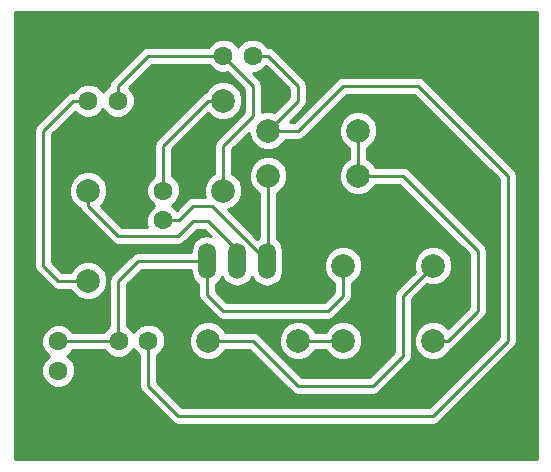
<source format=gbr>
G04 #@! TF.FileFunction,Copper,L2,Bot,Signal*
%FSLAX46Y46*%
G04 Gerber Fmt 4.6, Leading zero omitted, Abs format (unit mm)*
G04 Created by KiCad (PCBNEW 4.0.5) date 11/09/18 17:54:53*
%MOMM*%
%LPD*%
G01*
G04 APERTURE LIST*
%ADD10C,0.100000*%
%ADD11C,1.600000*%
%ADD12O,1.506220X3.014980*%
%ADD13C,1.998980*%
%ADD14C,0.250000*%
%ADD15C,0.254000*%
G04 APERTURE END LIST*
D10*
D11*
X142240000Y-99060000D03*
X142240000Y-101560000D03*
X140970000Y-111760000D03*
X138470000Y-111760000D03*
X147320000Y-87630000D03*
X149820000Y-87630000D03*
X135890000Y-91440000D03*
X138390000Y-91440000D03*
X133350000Y-114300000D03*
X133350000Y-111800000D03*
D12*
X145961100Y-105003600D03*
X148501100Y-105003600D03*
X151041100Y-105003600D03*
D13*
X146050000Y-111760000D03*
X153670000Y-111760000D03*
X157480000Y-111760000D03*
X165100000Y-111760000D03*
X165100000Y-105410000D03*
X157480000Y-105410000D03*
X151130000Y-97790000D03*
X158750000Y-97790000D03*
X151130000Y-93980000D03*
X158750000Y-93980000D03*
X147320000Y-99060000D03*
X147320000Y-91440000D03*
X135890000Y-106680000D03*
X135890000Y-99060000D03*
D14*
X165100000Y-111760000D02*
X166370000Y-111760000D01*
X162560000Y-97790000D02*
X158750000Y-97790000D01*
X168910000Y-104140000D02*
X162560000Y-97790000D01*
X168910000Y-109220000D02*
X168910000Y-104140000D01*
X166370000Y-111760000D02*
X168910000Y-109220000D01*
X158750000Y-93980000D02*
X158750000Y-97790000D01*
X142240000Y-99060000D02*
X142240000Y-95250000D01*
X146050000Y-91440000D02*
X147320000Y-91440000D01*
X142240000Y-95250000D02*
X146050000Y-91440000D01*
X151130000Y-97790000D02*
X151130000Y-104914700D01*
X151130000Y-104914700D02*
X151041100Y-105003600D01*
X142240000Y-101560000D02*
X143550000Y-101560000D01*
X146367500Y-100330000D02*
X151041100Y-105003600D01*
X144780000Y-100330000D02*
X146367500Y-100330000D01*
X143550000Y-101560000D02*
X144780000Y-100330000D01*
X140970000Y-111760000D02*
X140970000Y-115570000D01*
X153670000Y-93980000D02*
X151130000Y-93980000D01*
X157480000Y-90170000D02*
X153670000Y-93980000D01*
X163830000Y-90170000D02*
X157480000Y-90170000D01*
X171450000Y-97790000D02*
X163830000Y-90170000D01*
X171450000Y-111760000D02*
X171450000Y-97790000D01*
X165100000Y-118110000D02*
X171450000Y-111760000D01*
X143510000Y-118110000D02*
X165100000Y-118110000D01*
X140970000Y-115570000D02*
X143510000Y-118110000D01*
X149820000Y-87630000D02*
X151130000Y-87630000D01*
X153670000Y-91440000D02*
X151130000Y-93980000D01*
X153670000Y-90170000D02*
X153670000Y-91440000D01*
X151130000Y-87630000D02*
X153670000Y-90170000D01*
X145961100Y-105003600D02*
X145961100Y-107861100D01*
X157480000Y-107950000D02*
X157480000Y-105410000D01*
X156210000Y-109220000D02*
X157480000Y-107950000D01*
X147320000Y-109220000D02*
X156210000Y-109220000D01*
X145961100Y-107861100D02*
X147320000Y-109220000D01*
X138470000Y-111760000D02*
X133390000Y-111760000D01*
X133390000Y-111760000D02*
X133350000Y-111800000D01*
X145961100Y-105003600D02*
X140106400Y-105003600D01*
X138430000Y-106680000D02*
X138430000Y-111720000D01*
X140106400Y-105003600D02*
X138430000Y-106680000D01*
X138430000Y-111720000D02*
X138470000Y-111760000D01*
X138390000Y-91440000D02*
X138390000Y-90210000D01*
X140970000Y-87630000D02*
X147320000Y-87630000D01*
X138390000Y-90210000D02*
X140970000Y-87630000D01*
X147320000Y-99060000D02*
X147320000Y-95250000D01*
X149860000Y-90170000D02*
X147320000Y-87630000D01*
X149860000Y-92710000D02*
X149860000Y-90170000D01*
X147320000Y-95250000D02*
X149860000Y-92710000D01*
X135890000Y-106680000D02*
X133350000Y-106680000D01*
X134620000Y-91440000D02*
X135890000Y-91440000D01*
X132080000Y-93980000D02*
X134620000Y-91440000D01*
X132080000Y-105410000D02*
X132080000Y-93980000D01*
X133350000Y-106680000D02*
X132080000Y-105410000D01*
X148501100Y-105003600D02*
X148501100Y-104051100D01*
X148501100Y-104051100D02*
X146050000Y-101600000D01*
X146050000Y-101600000D02*
X144780000Y-101600000D01*
X144780000Y-101600000D02*
X143510000Y-102870000D01*
X143510000Y-102870000D02*
X142240000Y-102870000D01*
X142240000Y-102870000D02*
X138430000Y-102870000D01*
X138430000Y-102870000D02*
X135890000Y-100330000D01*
X135890000Y-100330000D02*
X135890000Y-99060000D01*
X146050000Y-111760000D02*
X149860000Y-111760000D01*
X162560000Y-107950000D02*
X165100000Y-105410000D01*
X162560000Y-113030000D02*
X162560000Y-107950000D01*
X160020000Y-115570000D02*
X162560000Y-113030000D01*
X153670000Y-115570000D02*
X160020000Y-115570000D01*
X149860000Y-111760000D02*
X153670000Y-115570000D01*
X153670000Y-111760000D02*
X157480000Y-111760000D01*
D15*
G36*
X173863000Y-121793000D02*
X129667000Y-121793000D01*
X129667000Y-93980000D01*
X131320000Y-93980000D01*
X131320000Y-105410000D01*
X131377852Y-105700839D01*
X131542599Y-105947401D01*
X132812599Y-107217401D01*
X133059160Y-107382148D01*
X133350000Y-107440000D01*
X134435504Y-107440000D01*
X134503538Y-107604655D01*
X134962927Y-108064846D01*
X135563453Y-108314206D01*
X136213694Y-108314774D01*
X136814655Y-108066462D01*
X137274846Y-107607073D01*
X137524206Y-107006547D01*
X137524774Y-106356306D01*
X137276462Y-105755345D01*
X136817073Y-105295154D01*
X136216547Y-105045794D01*
X135566306Y-105045226D01*
X134965345Y-105293538D01*
X134505154Y-105752927D01*
X134435779Y-105920000D01*
X133664802Y-105920000D01*
X132840000Y-105095198D01*
X132840000Y-94294802D01*
X134777788Y-92357014D01*
X135076077Y-92655824D01*
X135603309Y-92874750D01*
X136174187Y-92875248D01*
X136701800Y-92657243D01*
X137105824Y-92253923D01*
X137139813Y-92172069D01*
X137172757Y-92251800D01*
X137576077Y-92655824D01*
X138103309Y-92874750D01*
X138674187Y-92875248D01*
X139201800Y-92657243D01*
X139605824Y-92253923D01*
X139824750Y-91726691D01*
X139825248Y-91155813D01*
X139607243Y-90628200D01*
X139327167Y-90347635D01*
X141284802Y-88390000D01*
X146081354Y-88390000D01*
X146102757Y-88441800D01*
X146506077Y-88845824D01*
X147033309Y-89064750D01*
X147604187Y-89065248D01*
X147658149Y-89042951D01*
X149100000Y-90484802D01*
X149100000Y-92395198D01*
X146782599Y-94712599D01*
X146617852Y-94959161D01*
X146560000Y-95250000D01*
X146560000Y-97605504D01*
X146395345Y-97673538D01*
X145935154Y-98132927D01*
X145685794Y-98733453D01*
X145685226Y-99383694D01*
X145762206Y-99570000D01*
X144780000Y-99570000D01*
X144489161Y-99627852D01*
X144242599Y-99792599D01*
X143372195Y-100663003D01*
X143053923Y-100344176D01*
X142972069Y-100310187D01*
X143051800Y-100277243D01*
X143455824Y-99873923D01*
X143674750Y-99346691D01*
X143675248Y-98775813D01*
X143457243Y-98248200D01*
X143053923Y-97844176D01*
X143000000Y-97821785D01*
X143000000Y-95564802D01*
X146066726Y-92498076D01*
X146392927Y-92824846D01*
X146993453Y-93074206D01*
X147643694Y-93074774D01*
X148244655Y-92826462D01*
X148704846Y-92367073D01*
X148954206Y-91766547D01*
X148954774Y-91116306D01*
X148706462Y-90515345D01*
X148247073Y-90055154D01*
X147646547Y-89805794D01*
X146996306Y-89805226D01*
X146395345Y-90053538D01*
X145935154Y-90512927D01*
X145849193Y-90719943D01*
X145759161Y-90737852D01*
X145512599Y-90902599D01*
X141702599Y-94712599D01*
X141537852Y-94959161D01*
X141480000Y-95250000D01*
X141480000Y-97821354D01*
X141428200Y-97842757D01*
X141024176Y-98246077D01*
X140805250Y-98773309D01*
X140804752Y-99344187D01*
X141022757Y-99871800D01*
X141426077Y-100275824D01*
X141507931Y-100309813D01*
X141428200Y-100342757D01*
X141024176Y-100746077D01*
X140805250Y-101273309D01*
X140804752Y-101844187D01*
X140914584Y-102110000D01*
X138744802Y-102110000D01*
X136948076Y-100313274D01*
X137274846Y-99987073D01*
X137524206Y-99386547D01*
X137524774Y-98736306D01*
X137276462Y-98135345D01*
X136817073Y-97675154D01*
X136216547Y-97425794D01*
X135566306Y-97425226D01*
X134965345Y-97673538D01*
X134505154Y-98132927D01*
X134255794Y-98733453D01*
X134255226Y-99383694D01*
X134503538Y-99984655D01*
X134962927Y-100444846D01*
X135169943Y-100530807D01*
X135187852Y-100620839D01*
X135352599Y-100867401D01*
X137892599Y-103407401D01*
X138139160Y-103572148D01*
X138187414Y-103581746D01*
X138430000Y-103630000D01*
X143510000Y-103630000D01*
X143800839Y-103572148D01*
X144047401Y-103407401D01*
X145094802Y-102360000D01*
X145735198Y-102360000D01*
X146252247Y-102877049D01*
X145961100Y-102819136D01*
X145429893Y-102924800D01*
X144979558Y-103225704D01*
X144678654Y-103676039D01*
X144572990Y-104207246D01*
X144572990Y-104243600D01*
X140106400Y-104243600D01*
X139815561Y-104301452D01*
X139568999Y-104466199D01*
X137892599Y-106142599D01*
X137727852Y-106389161D01*
X137670000Y-106680000D01*
X137670000Y-110537881D01*
X137658200Y-110542757D01*
X137254176Y-110946077D01*
X137231785Y-111000000D01*
X134572119Y-111000000D01*
X134567243Y-110988200D01*
X134163923Y-110584176D01*
X133636691Y-110365250D01*
X133065813Y-110364752D01*
X132538200Y-110582757D01*
X132134176Y-110986077D01*
X131915250Y-111513309D01*
X131914752Y-112084187D01*
X132132757Y-112611800D01*
X132536077Y-113015824D01*
X132617931Y-113049813D01*
X132538200Y-113082757D01*
X132134176Y-113486077D01*
X131915250Y-114013309D01*
X131914752Y-114584187D01*
X132132757Y-115111800D01*
X132536077Y-115515824D01*
X133063309Y-115734750D01*
X133634187Y-115735248D01*
X134161800Y-115517243D01*
X134565824Y-115113923D01*
X134784750Y-114586691D01*
X134785248Y-114015813D01*
X134567243Y-113488200D01*
X134163923Y-113084176D01*
X134082069Y-113050187D01*
X134161800Y-113017243D01*
X134565824Y-112613923D01*
X134604824Y-112520000D01*
X137231354Y-112520000D01*
X137252757Y-112571800D01*
X137656077Y-112975824D01*
X138183309Y-113194750D01*
X138754187Y-113195248D01*
X139281800Y-112977243D01*
X139685824Y-112573923D01*
X139719813Y-112492069D01*
X139752757Y-112571800D01*
X140156077Y-112975824D01*
X140210000Y-112998215D01*
X140210000Y-115570000D01*
X140267852Y-115860839D01*
X140432599Y-116107401D01*
X142972599Y-118647401D01*
X143219160Y-118812148D01*
X143267414Y-118821746D01*
X143510000Y-118870000D01*
X165100000Y-118870000D01*
X165390839Y-118812148D01*
X165637401Y-118647401D01*
X171987401Y-112297401D01*
X172152148Y-112050839D01*
X172210000Y-111760000D01*
X172210000Y-97790000D01*
X172152148Y-97499161D01*
X172152148Y-97499160D01*
X171987401Y-97252599D01*
X164367401Y-89632599D01*
X164120839Y-89467852D01*
X163830000Y-89410000D01*
X157480000Y-89410000D01*
X157189161Y-89467852D01*
X156942599Y-89632599D01*
X153355198Y-93220000D01*
X152964802Y-93220000D01*
X154207401Y-91977401D01*
X154372148Y-91730840D01*
X154381746Y-91682586D01*
X154430000Y-91440000D01*
X154430000Y-90170000D01*
X154372148Y-89879161D01*
X154372148Y-89879160D01*
X154207401Y-89632599D01*
X151667401Y-87092599D01*
X151420839Y-86927852D01*
X151130000Y-86870000D01*
X151058646Y-86870000D01*
X151037243Y-86818200D01*
X150633923Y-86414176D01*
X150106691Y-86195250D01*
X149535813Y-86194752D01*
X149008200Y-86412757D01*
X148604176Y-86816077D01*
X148570187Y-86897931D01*
X148537243Y-86818200D01*
X148133923Y-86414176D01*
X147606691Y-86195250D01*
X147035813Y-86194752D01*
X146508200Y-86412757D01*
X146104176Y-86816077D01*
X146081785Y-86870000D01*
X140970000Y-86870000D01*
X140679161Y-86927852D01*
X140432599Y-87092599D01*
X137852599Y-89672599D01*
X137687852Y-89919161D01*
X137631874Y-90200579D01*
X137578200Y-90222757D01*
X137174176Y-90626077D01*
X137140187Y-90707931D01*
X137107243Y-90628200D01*
X136703923Y-90224176D01*
X136176691Y-90005250D01*
X135605813Y-90004752D01*
X135078200Y-90222757D01*
X134674176Y-90626077D01*
X134651785Y-90680000D01*
X134620000Y-90680000D01*
X134377414Y-90728254D01*
X134329160Y-90737852D01*
X134082599Y-90902599D01*
X131542599Y-93442599D01*
X131377852Y-93689161D01*
X131320000Y-93980000D01*
X129667000Y-93980000D01*
X129667000Y-83947000D01*
X173863000Y-83947000D01*
X173863000Y-121793000D01*
X173863000Y-121793000D01*
G37*
X173863000Y-121793000D02*
X129667000Y-121793000D01*
X129667000Y-93980000D01*
X131320000Y-93980000D01*
X131320000Y-105410000D01*
X131377852Y-105700839D01*
X131542599Y-105947401D01*
X132812599Y-107217401D01*
X133059160Y-107382148D01*
X133350000Y-107440000D01*
X134435504Y-107440000D01*
X134503538Y-107604655D01*
X134962927Y-108064846D01*
X135563453Y-108314206D01*
X136213694Y-108314774D01*
X136814655Y-108066462D01*
X137274846Y-107607073D01*
X137524206Y-107006547D01*
X137524774Y-106356306D01*
X137276462Y-105755345D01*
X136817073Y-105295154D01*
X136216547Y-105045794D01*
X135566306Y-105045226D01*
X134965345Y-105293538D01*
X134505154Y-105752927D01*
X134435779Y-105920000D01*
X133664802Y-105920000D01*
X132840000Y-105095198D01*
X132840000Y-94294802D01*
X134777788Y-92357014D01*
X135076077Y-92655824D01*
X135603309Y-92874750D01*
X136174187Y-92875248D01*
X136701800Y-92657243D01*
X137105824Y-92253923D01*
X137139813Y-92172069D01*
X137172757Y-92251800D01*
X137576077Y-92655824D01*
X138103309Y-92874750D01*
X138674187Y-92875248D01*
X139201800Y-92657243D01*
X139605824Y-92253923D01*
X139824750Y-91726691D01*
X139825248Y-91155813D01*
X139607243Y-90628200D01*
X139327167Y-90347635D01*
X141284802Y-88390000D01*
X146081354Y-88390000D01*
X146102757Y-88441800D01*
X146506077Y-88845824D01*
X147033309Y-89064750D01*
X147604187Y-89065248D01*
X147658149Y-89042951D01*
X149100000Y-90484802D01*
X149100000Y-92395198D01*
X146782599Y-94712599D01*
X146617852Y-94959161D01*
X146560000Y-95250000D01*
X146560000Y-97605504D01*
X146395345Y-97673538D01*
X145935154Y-98132927D01*
X145685794Y-98733453D01*
X145685226Y-99383694D01*
X145762206Y-99570000D01*
X144780000Y-99570000D01*
X144489161Y-99627852D01*
X144242599Y-99792599D01*
X143372195Y-100663003D01*
X143053923Y-100344176D01*
X142972069Y-100310187D01*
X143051800Y-100277243D01*
X143455824Y-99873923D01*
X143674750Y-99346691D01*
X143675248Y-98775813D01*
X143457243Y-98248200D01*
X143053923Y-97844176D01*
X143000000Y-97821785D01*
X143000000Y-95564802D01*
X146066726Y-92498076D01*
X146392927Y-92824846D01*
X146993453Y-93074206D01*
X147643694Y-93074774D01*
X148244655Y-92826462D01*
X148704846Y-92367073D01*
X148954206Y-91766547D01*
X148954774Y-91116306D01*
X148706462Y-90515345D01*
X148247073Y-90055154D01*
X147646547Y-89805794D01*
X146996306Y-89805226D01*
X146395345Y-90053538D01*
X145935154Y-90512927D01*
X145849193Y-90719943D01*
X145759161Y-90737852D01*
X145512599Y-90902599D01*
X141702599Y-94712599D01*
X141537852Y-94959161D01*
X141480000Y-95250000D01*
X141480000Y-97821354D01*
X141428200Y-97842757D01*
X141024176Y-98246077D01*
X140805250Y-98773309D01*
X140804752Y-99344187D01*
X141022757Y-99871800D01*
X141426077Y-100275824D01*
X141507931Y-100309813D01*
X141428200Y-100342757D01*
X141024176Y-100746077D01*
X140805250Y-101273309D01*
X140804752Y-101844187D01*
X140914584Y-102110000D01*
X138744802Y-102110000D01*
X136948076Y-100313274D01*
X137274846Y-99987073D01*
X137524206Y-99386547D01*
X137524774Y-98736306D01*
X137276462Y-98135345D01*
X136817073Y-97675154D01*
X136216547Y-97425794D01*
X135566306Y-97425226D01*
X134965345Y-97673538D01*
X134505154Y-98132927D01*
X134255794Y-98733453D01*
X134255226Y-99383694D01*
X134503538Y-99984655D01*
X134962927Y-100444846D01*
X135169943Y-100530807D01*
X135187852Y-100620839D01*
X135352599Y-100867401D01*
X137892599Y-103407401D01*
X138139160Y-103572148D01*
X138187414Y-103581746D01*
X138430000Y-103630000D01*
X143510000Y-103630000D01*
X143800839Y-103572148D01*
X144047401Y-103407401D01*
X145094802Y-102360000D01*
X145735198Y-102360000D01*
X146252247Y-102877049D01*
X145961100Y-102819136D01*
X145429893Y-102924800D01*
X144979558Y-103225704D01*
X144678654Y-103676039D01*
X144572990Y-104207246D01*
X144572990Y-104243600D01*
X140106400Y-104243600D01*
X139815561Y-104301452D01*
X139568999Y-104466199D01*
X137892599Y-106142599D01*
X137727852Y-106389161D01*
X137670000Y-106680000D01*
X137670000Y-110537881D01*
X137658200Y-110542757D01*
X137254176Y-110946077D01*
X137231785Y-111000000D01*
X134572119Y-111000000D01*
X134567243Y-110988200D01*
X134163923Y-110584176D01*
X133636691Y-110365250D01*
X133065813Y-110364752D01*
X132538200Y-110582757D01*
X132134176Y-110986077D01*
X131915250Y-111513309D01*
X131914752Y-112084187D01*
X132132757Y-112611800D01*
X132536077Y-113015824D01*
X132617931Y-113049813D01*
X132538200Y-113082757D01*
X132134176Y-113486077D01*
X131915250Y-114013309D01*
X131914752Y-114584187D01*
X132132757Y-115111800D01*
X132536077Y-115515824D01*
X133063309Y-115734750D01*
X133634187Y-115735248D01*
X134161800Y-115517243D01*
X134565824Y-115113923D01*
X134784750Y-114586691D01*
X134785248Y-114015813D01*
X134567243Y-113488200D01*
X134163923Y-113084176D01*
X134082069Y-113050187D01*
X134161800Y-113017243D01*
X134565824Y-112613923D01*
X134604824Y-112520000D01*
X137231354Y-112520000D01*
X137252757Y-112571800D01*
X137656077Y-112975824D01*
X138183309Y-113194750D01*
X138754187Y-113195248D01*
X139281800Y-112977243D01*
X139685824Y-112573923D01*
X139719813Y-112492069D01*
X139752757Y-112571800D01*
X140156077Y-112975824D01*
X140210000Y-112998215D01*
X140210000Y-115570000D01*
X140267852Y-115860839D01*
X140432599Y-116107401D01*
X142972599Y-118647401D01*
X143219160Y-118812148D01*
X143267414Y-118821746D01*
X143510000Y-118870000D01*
X165100000Y-118870000D01*
X165390839Y-118812148D01*
X165637401Y-118647401D01*
X171987401Y-112297401D01*
X172152148Y-112050839D01*
X172210000Y-111760000D01*
X172210000Y-97790000D01*
X172152148Y-97499161D01*
X172152148Y-97499160D01*
X171987401Y-97252599D01*
X164367401Y-89632599D01*
X164120839Y-89467852D01*
X163830000Y-89410000D01*
X157480000Y-89410000D01*
X157189161Y-89467852D01*
X156942599Y-89632599D01*
X153355198Y-93220000D01*
X152964802Y-93220000D01*
X154207401Y-91977401D01*
X154372148Y-91730840D01*
X154381746Y-91682586D01*
X154430000Y-91440000D01*
X154430000Y-90170000D01*
X154372148Y-89879161D01*
X154372148Y-89879160D01*
X154207401Y-89632599D01*
X151667401Y-87092599D01*
X151420839Y-86927852D01*
X151130000Y-86870000D01*
X151058646Y-86870000D01*
X151037243Y-86818200D01*
X150633923Y-86414176D01*
X150106691Y-86195250D01*
X149535813Y-86194752D01*
X149008200Y-86412757D01*
X148604176Y-86816077D01*
X148570187Y-86897931D01*
X148537243Y-86818200D01*
X148133923Y-86414176D01*
X147606691Y-86195250D01*
X147035813Y-86194752D01*
X146508200Y-86412757D01*
X146104176Y-86816077D01*
X146081785Y-86870000D01*
X140970000Y-86870000D01*
X140679161Y-86927852D01*
X140432599Y-87092599D01*
X137852599Y-89672599D01*
X137687852Y-89919161D01*
X137631874Y-90200579D01*
X137578200Y-90222757D01*
X137174176Y-90626077D01*
X137140187Y-90707931D01*
X137107243Y-90628200D01*
X136703923Y-90224176D01*
X136176691Y-90005250D01*
X135605813Y-90004752D01*
X135078200Y-90222757D01*
X134674176Y-90626077D01*
X134651785Y-90680000D01*
X134620000Y-90680000D01*
X134377414Y-90728254D01*
X134329160Y-90737852D01*
X134082599Y-90902599D01*
X131542599Y-93442599D01*
X131377852Y-93689161D01*
X131320000Y-93980000D01*
X129667000Y-93980000D01*
X129667000Y-83947000D01*
X173863000Y-83947000D01*
X173863000Y-121793000D01*
G36*
X170690000Y-98104802D02*
X170690000Y-111445198D01*
X164785198Y-117350000D01*
X143824802Y-117350000D01*
X141730000Y-115255198D01*
X141730000Y-112998646D01*
X141781800Y-112977243D01*
X142185824Y-112573923D01*
X142389385Y-112083694D01*
X144415226Y-112083694D01*
X144663538Y-112684655D01*
X145122927Y-113144846D01*
X145723453Y-113394206D01*
X146373694Y-113394774D01*
X146974655Y-113146462D01*
X147434846Y-112687073D01*
X147504221Y-112520000D01*
X149545198Y-112520000D01*
X153132599Y-116107401D01*
X153379161Y-116272148D01*
X153670000Y-116330000D01*
X160020000Y-116330000D01*
X160310839Y-116272148D01*
X160557401Y-116107401D01*
X163097401Y-113567401D01*
X163262148Y-113320840D01*
X163296834Y-113146462D01*
X163320000Y-113030000D01*
X163320000Y-108264802D01*
X164608917Y-106975885D01*
X164773453Y-107044206D01*
X165423694Y-107044774D01*
X166024655Y-106796462D01*
X166484846Y-106337073D01*
X166734206Y-105736547D01*
X166734774Y-105086306D01*
X166486462Y-104485345D01*
X166027073Y-104025154D01*
X165426547Y-103775794D01*
X164776306Y-103775226D01*
X164175345Y-104023538D01*
X163715154Y-104482927D01*
X163465794Y-105083453D01*
X163465226Y-105733694D01*
X163534309Y-105900889D01*
X162022599Y-107412599D01*
X161857852Y-107659161D01*
X161800000Y-107950000D01*
X161800000Y-112715198D01*
X159705198Y-114810000D01*
X153984802Y-114810000D01*
X151258496Y-112083694D01*
X152035226Y-112083694D01*
X152283538Y-112684655D01*
X152742927Y-113144846D01*
X153343453Y-113394206D01*
X153993694Y-113394774D01*
X154594655Y-113146462D01*
X155054846Y-112687073D01*
X155124221Y-112520000D01*
X156025504Y-112520000D01*
X156093538Y-112684655D01*
X156552927Y-113144846D01*
X157153453Y-113394206D01*
X157803694Y-113394774D01*
X158404655Y-113146462D01*
X158864846Y-112687073D01*
X159114206Y-112086547D01*
X159114774Y-111436306D01*
X158866462Y-110835345D01*
X158407073Y-110375154D01*
X157806547Y-110125794D01*
X157156306Y-110125226D01*
X156555345Y-110373538D01*
X156095154Y-110832927D01*
X156025779Y-111000000D01*
X155124496Y-111000000D01*
X155056462Y-110835345D01*
X154597073Y-110375154D01*
X153996547Y-110125794D01*
X153346306Y-110125226D01*
X152745345Y-110373538D01*
X152285154Y-110832927D01*
X152035794Y-111433453D01*
X152035226Y-112083694D01*
X151258496Y-112083694D01*
X150397401Y-111222599D01*
X150150839Y-111057852D01*
X149860000Y-111000000D01*
X147504496Y-111000000D01*
X147436462Y-110835345D01*
X146977073Y-110375154D01*
X146376547Y-110125794D01*
X145726306Y-110125226D01*
X145125345Y-110373538D01*
X144665154Y-110832927D01*
X144415794Y-111433453D01*
X144415226Y-112083694D01*
X142389385Y-112083694D01*
X142404750Y-112046691D01*
X142405248Y-111475813D01*
X142187243Y-110948200D01*
X141783923Y-110544176D01*
X141256691Y-110325250D01*
X140685813Y-110324752D01*
X140158200Y-110542757D01*
X139754176Y-110946077D01*
X139720187Y-111027931D01*
X139687243Y-110948200D01*
X139283923Y-110544176D01*
X139190000Y-110505176D01*
X139190000Y-106994802D01*
X140421202Y-105763600D01*
X144572990Y-105763600D01*
X144572990Y-105799954D01*
X144678654Y-106331161D01*
X144979558Y-106781496D01*
X145201100Y-106929526D01*
X145201100Y-107861100D01*
X145258952Y-108151939D01*
X145423699Y-108398501D01*
X146782599Y-109757401D01*
X147029161Y-109922148D01*
X147320000Y-109980000D01*
X156210000Y-109980000D01*
X156500839Y-109922148D01*
X156747401Y-109757401D01*
X158017401Y-108487401D01*
X158182148Y-108240840D01*
X158240000Y-107950000D01*
X158240000Y-106864496D01*
X158404655Y-106796462D01*
X158864846Y-106337073D01*
X159114206Y-105736547D01*
X159114774Y-105086306D01*
X158866462Y-104485345D01*
X158407073Y-104025154D01*
X157806547Y-103775794D01*
X157156306Y-103775226D01*
X156555345Y-104023538D01*
X156095154Y-104482927D01*
X155845794Y-105083453D01*
X155845226Y-105733694D01*
X156093538Y-106334655D01*
X156552927Y-106794846D01*
X156720000Y-106864221D01*
X156720000Y-107635198D01*
X155895198Y-108460000D01*
X147634802Y-108460000D01*
X146721100Y-107546298D01*
X146721100Y-106929526D01*
X146942642Y-106781496D01*
X147231100Y-106349788D01*
X147519558Y-106781496D01*
X147969893Y-107082400D01*
X148501100Y-107188064D01*
X149032307Y-107082400D01*
X149482642Y-106781496D01*
X149771100Y-106349788D01*
X150059558Y-106781496D01*
X150509893Y-107082400D01*
X151041100Y-107188064D01*
X151572307Y-107082400D01*
X152022642Y-106781496D01*
X152323546Y-106331161D01*
X152429210Y-105799954D01*
X152429210Y-104207246D01*
X152323546Y-103676039D01*
X152022642Y-103225704D01*
X151890000Y-103137076D01*
X151890000Y-99244496D01*
X152054655Y-99176462D01*
X152514846Y-98717073D01*
X152764206Y-98116547D01*
X152764774Y-97466306D01*
X152516462Y-96865345D01*
X152057073Y-96405154D01*
X151456547Y-96155794D01*
X150806306Y-96155226D01*
X150205345Y-96403538D01*
X149745154Y-96862927D01*
X149495794Y-97463453D01*
X149495226Y-98113694D01*
X149743538Y-98714655D01*
X150202927Y-99174846D01*
X150370000Y-99244221D01*
X150370000Y-103018273D01*
X150226476Y-103114173D01*
X147759306Y-100647004D01*
X148244655Y-100446462D01*
X148704846Y-99987073D01*
X148954206Y-99386547D01*
X148954774Y-98736306D01*
X148706462Y-98135345D01*
X148247073Y-97675154D01*
X148080000Y-97605779D01*
X148080000Y-95564802D01*
X149495361Y-94149441D01*
X149495226Y-94303694D01*
X149743538Y-94904655D01*
X150202927Y-95364846D01*
X150803453Y-95614206D01*
X151453694Y-95614774D01*
X152054655Y-95366462D01*
X152514846Y-94907073D01*
X152584221Y-94740000D01*
X153670000Y-94740000D01*
X153960839Y-94682148D01*
X154207401Y-94517401D01*
X154421108Y-94303694D01*
X157115226Y-94303694D01*
X157363538Y-94904655D01*
X157822927Y-95364846D01*
X157990000Y-95434221D01*
X157990000Y-96335504D01*
X157825345Y-96403538D01*
X157365154Y-96862927D01*
X157115794Y-97463453D01*
X157115226Y-98113694D01*
X157363538Y-98714655D01*
X157822927Y-99174846D01*
X158423453Y-99424206D01*
X159073694Y-99424774D01*
X159674655Y-99176462D01*
X160134846Y-98717073D01*
X160204221Y-98550000D01*
X162245198Y-98550000D01*
X168150000Y-104454802D01*
X168150000Y-108905198D01*
X166353274Y-110701924D01*
X166027073Y-110375154D01*
X165426547Y-110125794D01*
X164776306Y-110125226D01*
X164175345Y-110373538D01*
X163715154Y-110832927D01*
X163465794Y-111433453D01*
X163465226Y-112083694D01*
X163713538Y-112684655D01*
X164172927Y-113144846D01*
X164773453Y-113394206D01*
X165423694Y-113394774D01*
X166024655Y-113146462D01*
X166484846Y-112687073D01*
X166570807Y-112480057D01*
X166660839Y-112462148D01*
X166907401Y-112297401D01*
X169447401Y-109757401D01*
X169612148Y-109510840D01*
X169621746Y-109462586D01*
X169670000Y-109220000D01*
X169670000Y-104140000D01*
X169612148Y-103849161D01*
X169447401Y-103602599D01*
X163097401Y-97252599D01*
X162850839Y-97087852D01*
X162560000Y-97030000D01*
X160204496Y-97030000D01*
X160136462Y-96865345D01*
X159677073Y-96405154D01*
X159510000Y-96335779D01*
X159510000Y-95434496D01*
X159674655Y-95366462D01*
X160134846Y-94907073D01*
X160384206Y-94306547D01*
X160384774Y-93656306D01*
X160136462Y-93055345D01*
X159677073Y-92595154D01*
X159076547Y-92345794D01*
X158426306Y-92345226D01*
X157825345Y-92593538D01*
X157365154Y-93052927D01*
X157115794Y-93653453D01*
X157115226Y-94303694D01*
X154421108Y-94303694D01*
X157794802Y-90930000D01*
X163515198Y-90930000D01*
X170690000Y-98104802D01*
X170690000Y-98104802D01*
G37*
X170690000Y-98104802D02*
X170690000Y-111445198D01*
X164785198Y-117350000D01*
X143824802Y-117350000D01*
X141730000Y-115255198D01*
X141730000Y-112998646D01*
X141781800Y-112977243D01*
X142185824Y-112573923D01*
X142389385Y-112083694D01*
X144415226Y-112083694D01*
X144663538Y-112684655D01*
X145122927Y-113144846D01*
X145723453Y-113394206D01*
X146373694Y-113394774D01*
X146974655Y-113146462D01*
X147434846Y-112687073D01*
X147504221Y-112520000D01*
X149545198Y-112520000D01*
X153132599Y-116107401D01*
X153379161Y-116272148D01*
X153670000Y-116330000D01*
X160020000Y-116330000D01*
X160310839Y-116272148D01*
X160557401Y-116107401D01*
X163097401Y-113567401D01*
X163262148Y-113320840D01*
X163296834Y-113146462D01*
X163320000Y-113030000D01*
X163320000Y-108264802D01*
X164608917Y-106975885D01*
X164773453Y-107044206D01*
X165423694Y-107044774D01*
X166024655Y-106796462D01*
X166484846Y-106337073D01*
X166734206Y-105736547D01*
X166734774Y-105086306D01*
X166486462Y-104485345D01*
X166027073Y-104025154D01*
X165426547Y-103775794D01*
X164776306Y-103775226D01*
X164175345Y-104023538D01*
X163715154Y-104482927D01*
X163465794Y-105083453D01*
X163465226Y-105733694D01*
X163534309Y-105900889D01*
X162022599Y-107412599D01*
X161857852Y-107659161D01*
X161800000Y-107950000D01*
X161800000Y-112715198D01*
X159705198Y-114810000D01*
X153984802Y-114810000D01*
X151258496Y-112083694D01*
X152035226Y-112083694D01*
X152283538Y-112684655D01*
X152742927Y-113144846D01*
X153343453Y-113394206D01*
X153993694Y-113394774D01*
X154594655Y-113146462D01*
X155054846Y-112687073D01*
X155124221Y-112520000D01*
X156025504Y-112520000D01*
X156093538Y-112684655D01*
X156552927Y-113144846D01*
X157153453Y-113394206D01*
X157803694Y-113394774D01*
X158404655Y-113146462D01*
X158864846Y-112687073D01*
X159114206Y-112086547D01*
X159114774Y-111436306D01*
X158866462Y-110835345D01*
X158407073Y-110375154D01*
X157806547Y-110125794D01*
X157156306Y-110125226D01*
X156555345Y-110373538D01*
X156095154Y-110832927D01*
X156025779Y-111000000D01*
X155124496Y-111000000D01*
X155056462Y-110835345D01*
X154597073Y-110375154D01*
X153996547Y-110125794D01*
X153346306Y-110125226D01*
X152745345Y-110373538D01*
X152285154Y-110832927D01*
X152035794Y-111433453D01*
X152035226Y-112083694D01*
X151258496Y-112083694D01*
X150397401Y-111222599D01*
X150150839Y-111057852D01*
X149860000Y-111000000D01*
X147504496Y-111000000D01*
X147436462Y-110835345D01*
X146977073Y-110375154D01*
X146376547Y-110125794D01*
X145726306Y-110125226D01*
X145125345Y-110373538D01*
X144665154Y-110832927D01*
X144415794Y-111433453D01*
X144415226Y-112083694D01*
X142389385Y-112083694D01*
X142404750Y-112046691D01*
X142405248Y-111475813D01*
X142187243Y-110948200D01*
X141783923Y-110544176D01*
X141256691Y-110325250D01*
X140685813Y-110324752D01*
X140158200Y-110542757D01*
X139754176Y-110946077D01*
X139720187Y-111027931D01*
X139687243Y-110948200D01*
X139283923Y-110544176D01*
X139190000Y-110505176D01*
X139190000Y-106994802D01*
X140421202Y-105763600D01*
X144572990Y-105763600D01*
X144572990Y-105799954D01*
X144678654Y-106331161D01*
X144979558Y-106781496D01*
X145201100Y-106929526D01*
X145201100Y-107861100D01*
X145258952Y-108151939D01*
X145423699Y-108398501D01*
X146782599Y-109757401D01*
X147029161Y-109922148D01*
X147320000Y-109980000D01*
X156210000Y-109980000D01*
X156500839Y-109922148D01*
X156747401Y-109757401D01*
X158017401Y-108487401D01*
X158182148Y-108240840D01*
X158240000Y-107950000D01*
X158240000Y-106864496D01*
X158404655Y-106796462D01*
X158864846Y-106337073D01*
X159114206Y-105736547D01*
X159114774Y-105086306D01*
X158866462Y-104485345D01*
X158407073Y-104025154D01*
X157806547Y-103775794D01*
X157156306Y-103775226D01*
X156555345Y-104023538D01*
X156095154Y-104482927D01*
X155845794Y-105083453D01*
X155845226Y-105733694D01*
X156093538Y-106334655D01*
X156552927Y-106794846D01*
X156720000Y-106864221D01*
X156720000Y-107635198D01*
X155895198Y-108460000D01*
X147634802Y-108460000D01*
X146721100Y-107546298D01*
X146721100Y-106929526D01*
X146942642Y-106781496D01*
X147231100Y-106349788D01*
X147519558Y-106781496D01*
X147969893Y-107082400D01*
X148501100Y-107188064D01*
X149032307Y-107082400D01*
X149482642Y-106781496D01*
X149771100Y-106349788D01*
X150059558Y-106781496D01*
X150509893Y-107082400D01*
X151041100Y-107188064D01*
X151572307Y-107082400D01*
X152022642Y-106781496D01*
X152323546Y-106331161D01*
X152429210Y-105799954D01*
X152429210Y-104207246D01*
X152323546Y-103676039D01*
X152022642Y-103225704D01*
X151890000Y-103137076D01*
X151890000Y-99244496D01*
X152054655Y-99176462D01*
X152514846Y-98717073D01*
X152764206Y-98116547D01*
X152764774Y-97466306D01*
X152516462Y-96865345D01*
X152057073Y-96405154D01*
X151456547Y-96155794D01*
X150806306Y-96155226D01*
X150205345Y-96403538D01*
X149745154Y-96862927D01*
X149495794Y-97463453D01*
X149495226Y-98113694D01*
X149743538Y-98714655D01*
X150202927Y-99174846D01*
X150370000Y-99244221D01*
X150370000Y-103018273D01*
X150226476Y-103114173D01*
X147759306Y-100647004D01*
X148244655Y-100446462D01*
X148704846Y-99987073D01*
X148954206Y-99386547D01*
X148954774Y-98736306D01*
X148706462Y-98135345D01*
X148247073Y-97675154D01*
X148080000Y-97605779D01*
X148080000Y-95564802D01*
X149495361Y-94149441D01*
X149495226Y-94303694D01*
X149743538Y-94904655D01*
X150202927Y-95364846D01*
X150803453Y-95614206D01*
X151453694Y-95614774D01*
X152054655Y-95366462D01*
X152514846Y-94907073D01*
X152584221Y-94740000D01*
X153670000Y-94740000D01*
X153960839Y-94682148D01*
X154207401Y-94517401D01*
X154421108Y-94303694D01*
X157115226Y-94303694D01*
X157363538Y-94904655D01*
X157822927Y-95364846D01*
X157990000Y-95434221D01*
X157990000Y-96335504D01*
X157825345Y-96403538D01*
X157365154Y-96862927D01*
X157115794Y-97463453D01*
X157115226Y-98113694D01*
X157363538Y-98714655D01*
X157822927Y-99174846D01*
X158423453Y-99424206D01*
X159073694Y-99424774D01*
X159674655Y-99176462D01*
X160134846Y-98717073D01*
X160204221Y-98550000D01*
X162245198Y-98550000D01*
X168150000Y-104454802D01*
X168150000Y-108905198D01*
X166353274Y-110701924D01*
X166027073Y-110375154D01*
X165426547Y-110125794D01*
X164776306Y-110125226D01*
X164175345Y-110373538D01*
X163715154Y-110832927D01*
X163465794Y-111433453D01*
X163465226Y-112083694D01*
X163713538Y-112684655D01*
X164172927Y-113144846D01*
X164773453Y-113394206D01*
X165423694Y-113394774D01*
X166024655Y-113146462D01*
X166484846Y-112687073D01*
X166570807Y-112480057D01*
X166660839Y-112462148D01*
X166907401Y-112297401D01*
X169447401Y-109757401D01*
X169612148Y-109510840D01*
X169621746Y-109462586D01*
X169670000Y-109220000D01*
X169670000Y-104140000D01*
X169612148Y-103849161D01*
X169447401Y-103602599D01*
X163097401Y-97252599D01*
X162850839Y-97087852D01*
X162560000Y-97030000D01*
X160204496Y-97030000D01*
X160136462Y-96865345D01*
X159677073Y-96405154D01*
X159510000Y-96335779D01*
X159510000Y-95434496D01*
X159674655Y-95366462D01*
X160134846Y-94907073D01*
X160384206Y-94306547D01*
X160384774Y-93656306D01*
X160136462Y-93055345D01*
X159677073Y-92595154D01*
X159076547Y-92345794D01*
X158426306Y-92345226D01*
X157825345Y-92593538D01*
X157365154Y-93052927D01*
X157115794Y-93653453D01*
X157115226Y-94303694D01*
X154421108Y-94303694D01*
X157794802Y-90930000D01*
X163515198Y-90930000D01*
X170690000Y-98104802D01*
G36*
X152910000Y-90484802D02*
X152910000Y-91125198D01*
X151621083Y-92414115D01*
X151456547Y-92345794D01*
X150806306Y-92345226D01*
X150620000Y-92422206D01*
X150620000Y-90170000D01*
X150562148Y-89879161D01*
X150562148Y-89879160D01*
X150397401Y-89632599D01*
X149829811Y-89065009D01*
X150104187Y-89065248D01*
X150631800Y-88847243D01*
X150952400Y-88527202D01*
X152910000Y-90484802D01*
X152910000Y-90484802D01*
G37*
X152910000Y-90484802D02*
X152910000Y-91125198D01*
X151621083Y-92414115D01*
X151456547Y-92345794D01*
X150806306Y-92345226D01*
X150620000Y-92422206D01*
X150620000Y-90170000D01*
X150562148Y-89879161D01*
X150562148Y-89879160D01*
X150397401Y-89632599D01*
X149829811Y-89065009D01*
X150104187Y-89065248D01*
X150631800Y-88847243D01*
X150952400Y-88527202D01*
X152910000Y-90484802D01*
M02*

</source>
